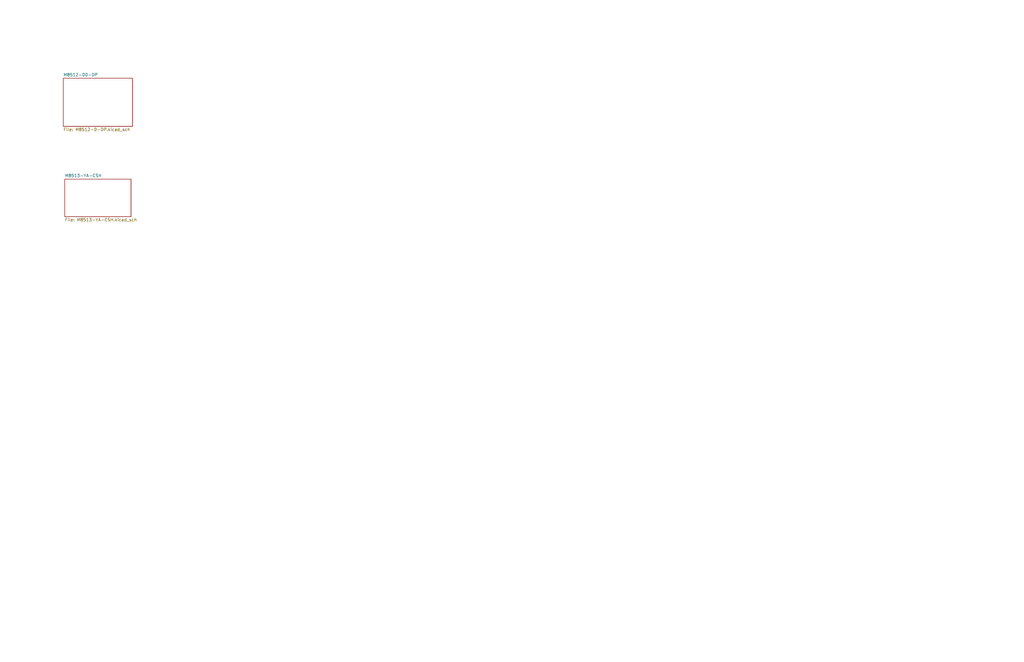
<source format=kicad_sch>
(kicad_sch (version 20211123) (generator eeschema)
  (paper "B")
  (title_block (title "KL10-PV CPU") (date "10/21/1976") (rev "A") (company "DIGITAL") (comment 1 "KL10-PV"))
  (lib_symbols)
  (bus_alias "AR[0..5]" (members))
  (sheet (at 26.67 33.02) (size 29.21 20.32) (stroke (width 0.1524))
    (property "Sheet name" "M8512-00-DP" (at 26.67 32.3084 0) (effects (justify left bottom)))
    (property "Sheet file" "M8512-0-DP.kicad_sch" (at 26.67 53.9246 0) (effects (justify left top)))
  )
  (sheet (at 27.305 75.565) (size 27.94 15.875) (stroke (width 0.1524))
    (property "Sheet name" "M8513-YA-CSH" (at 27.305 74.8534 0) (effects (justify left bottom)))
    (property "Sheet file" "M8513-YA-CSH.kicad_sch" (at 27.305 92.0246 0) (effects (justify left top)))
  )
)
</source>
